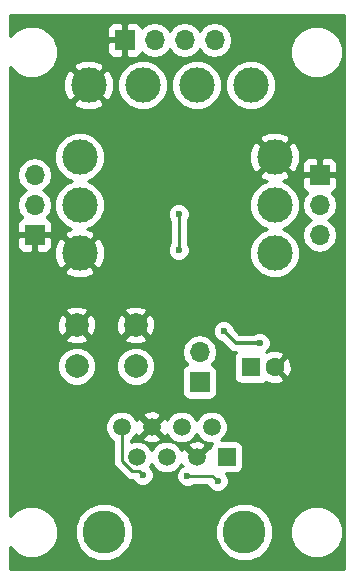
<source format=gbr>
G04 #@! TF.FileFunction,Copper,L2,Bot,Signal*
%FSLAX46Y46*%
G04 Gerber Fmt 4.6, Leading zero omitted, Abs format (unit mm)*
G04 Created by KiCad (PCBNEW 4.0.6-e0-6349~53~ubuntu16.04.1) date Tue Apr 25 15:56:05 2017*
%MOMM*%
%LPD*%
G01*
G04 APERTURE LIST*
%ADD10C,0.100000*%
%ADD11C,3.000000*%
%ADD12R,1.600000X1.600000*%
%ADD13C,1.600000*%
%ADD14R,1.700000X1.700000*%
%ADD15O,1.700000X1.700000*%
%ADD16C,3.650000*%
%ADD17R,1.500000X1.500000*%
%ADD18C,1.500000*%
%ADD19C,2.000000*%
%ADD20C,0.600000*%
%ADD21C,0.250000*%
%ADD22C,0.300000*%
%ADD23C,0.254000*%
G04 APERTURE END LIST*
D10*
D11*
X162306000Y-72644000D03*
X166878000Y-72644000D03*
X171450000Y-72644000D03*
X176022000Y-72644000D03*
X161544000Y-86868000D03*
X161544000Y-82804000D03*
X161544000Y-78740000D03*
X178054000Y-78740000D03*
X178054000Y-82804000D03*
X178054000Y-86868000D03*
D12*
X176054000Y-96520000D03*
D13*
X178054000Y-96520000D03*
D14*
X181864000Y-80264000D03*
D15*
X181864000Y-82804000D03*
X181864000Y-85344000D03*
D14*
X165354000Y-68834000D03*
D15*
X167894000Y-68834000D03*
X170434000Y-68834000D03*
X172974000Y-68834000D03*
D14*
X157734000Y-85344000D03*
D15*
X157734000Y-82804000D03*
X157734000Y-80264000D03*
D16*
X163610000Y-110490000D03*
X175480000Y-110490000D03*
D17*
X173990000Y-104140000D03*
D18*
X172720000Y-101600000D03*
X171450000Y-104140000D03*
X170180000Y-101600000D03*
X168910000Y-104140000D03*
X167640000Y-101600000D03*
X166370000Y-104140000D03*
X165100000Y-101600000D03*
D14*
X171704000Y-97790000D03*
D15*
X171704000Y-95250000D03*
D19*
X161290000Y-96464000D03*
X161290000Y-92964000D03*
X166290000Y-96464000D03*
X166290000Y-92964000D03*
D20*
X179070000Y-91440000D03*
X171680000Y-76430000D03*
X167626000Y-86374000D03*
X176909000Y-107950000D03*
X162165000Y-107950000D03*
X165354000Y-107950000D03*
X173736000Y-107950000D03*
X169926000Y-86614000D03*
X169926000Y-83566000D03*
X173736000Y-93472000D03*
X176784000Y-94488000D03*
X173228000Y-106172000D03*
X170682406Y-105735596D03*
X166878000Y-105664000D03*
D21*
X169926000Y-83566000D02*
X169926000Y-86614000D01*
D22*
X174752000Y-94488000D02*
X173736000Y-93472000D01*
X176784000Y-94488000D02*
X174752000Y-94488000D01*
D21*
X172791596Y-105735596D02*
X173228000Y-106172000D01*
X170682406Y-105735596D02*
X172791596Y-105735596D01*
X166878000Y-105664000D02*
X166578001Y-105364001D01*
X166578001Y-105364001D02*
X166002999Y-105364001D01*
X166002999Y-105364001D02*
X165100000Y-104461002D01*
X165100000Y-104461002D02*
X165100000Y-102660660D01*
X165100000Y-102660660D02*
X165100000Y-101600000D01*
D23*
G36*
X183948000Y-113590000D02*
X155650000Y-113590000D01*
X155650000Y-111802639D01*
X156219411Y-112373045D01*
X157035978Y-112712113D01*
X157920143Y-112712885D01*
X158737300Y-112375242D01*
X159363045Y-111750589D01*
X159684193Y-110977177D01*
X161149574Y-110977177D01*
X161523298Y-111881657D01*
X162214703Y-112574270D01*
X163118529Y-112949572D01*
X164097177Y-112950426D01*
X165001657Y-112576702D01*
X165694270Y-111885297D01*
X166069572Y-110981471D01*
X166069575Y-110977177D01*
X173019574Y-110977177D01*
X173393298Y-111881657D01*
X174084703Y-112574270D01*
X174988529Y-112949572D01*
X175967177Y-112950426D01*
X176871657Y-112576702D01*
X177564270Y-111885297D01*
X177939572Y-110981471D01*
X177939616Y-110930143D01*
X179387115Y-110930143D01*
X179724758Y-111747300D01*
X180349411Y-112373045D01*
X181165978Y-112712113D01*
X182050143Y-112712885D01*
X182867300Y-112375242D01*
X183493045Y-111750589D01*
X183832113Y-110934022D01*
X183832885Y-110049857D01*
X183495242Y-109232700D01*
X182870589Y-108606955D01*
X182054022Y-108267887D01*
X181169857Y-108267115D01*
X180352700Y-108604758D01*
X179726955Y-109229411D01*
X179387887Y-110045978D01*
X179387115Y-110930143D01*
X177939616Y-110930143D01*
X177940426Y-110002823D01*
X177566702Y-109098343D01*
X176875297Y-108405730D01*
X175971471Y-108030428D01*
X174992823Y-108029574D01*
X174088343Y-108403298D01*
X173395730Y-109094703D01*
X173020428Y-109998529D01*
X173019574Y-110977177D01*
X166069575Y-110977177D01*
X166070426Y-110002823D01*
X165696702Y-109098343D01*
X165005297Y-108405730D01*
X164101471Y-108030428D01*
X163122823Y-108029574D01*
X162218343Y-108403298D01*
X161525730Y-109094703D01*
X161150428Y-109998529D01*
X161149574Y-110977177D01*
X159684193Y-110977177D01*
X159702113Y-110934022D01*
X159702885Y-110049857D01*
X159365242Y-109232700D01*
X158740589Y-108606955D01*
X157924022Y-108267887D01*
X157039857Y-108267115D01*
X156222700Y-108604758D01*
X155650000Y-109176459D01*
X155650000Y-101874285D01*
X163714760Y-101874285D01*
X163925169Y-102383515D01*
X164314436Y-102773461D01*
X164340000Y-102784076D01*
X164340000Y-104461002D01*
X164397852Y-104751841D01*
X164562599Y-104998403D01*
X165465598Y-105901402D01*
X165712159Y-106066149D01*
X165760413Y-106075747D01*
X166002999Y-106124001D01*
X166056397Y-106124001D01*
X166084883Y-106192943D01*
X166347673Y-106456192D01*
X166691201Y-106598838D01*
X167063167Y-106599162D01*
X167406943Y-106457117D01*
X167670192Y-106194327D01*
X167812838Y-105850799D01*
X167813162Y-105478833D01*
X167671117Y-105135057D01*
X167502654Y-104966300D01*
X167543461Y-104925564D01*
X167639976Y-104693130D01*
X167735169Y-104923515D01*
X168124436Y-105313461D01*
X168633298Y-105524759D01*
X169184285Y-105525240D01*
X169693515Y-105314831D01*
X170083461Y-104925564D01*
X170173377Y-104709021D01*
X170237540Y-104863923D01*
X170300551Y-104881703D01*
X170153463Y-104942479D01*
X169890214Y-105205269D01*
X169747568Y-105548797D01*
X169747244Y-105920763D01*
X169889289Y-106264539D01*
X170152079Y-106527788D01*
X170495607Y-106670434D01*
X170867573Y-106670758D01*
X171211349Y-106528713D01*
X171244524Y-106495596D01*
X172350036Y-106495596D01*
X172434883Y-106700943D01*
X172697673Y-106964192D01*
X173041201Y-107106838D01*
X173413167Y-107107162D01*
X173756943Y-106965117D01*
X174020192Y-106702327D01*
X174162838Y-106358799D01*
X174163162Y-105986833D01*
X174021117Y-105643057D01*
X173915684Y-105537440D01*
X174740000Y-105537440D01*
X174975317Y-105493162D01*
X175191441Y-105354090D01*
X175336431Y-105141890D01*
X175387440Y-104890000D01*
X175387440Y-103390000D01*
X175343162Y-103154683D01*
X175204090Y-102938559D01*
X174991890Y-102793569D01*
X174740000Y-102742560D01*
X173535842Y-102742560D01*
X173893461Y-102385564D01*
X174104759Y-101876702D01*
X174105240Y-101325715D01*
X173894831Y-100816485D01*
X173505564Y-100426539D01*
X172996702Y-100215241D01*
X172445715Y-100214760D01*
X171936485Y-100425169D01*
X171546539Y-100814436D01*
X171450024Y-101046870D01*
X171354831Y-100816485D01*
X170965564Y-100426539D01*
X170456702Y-100215241D01*
X169905715Y-100214760D01*
X169396485Y-100425169D01*
X169006539Y-100814436D01*
X168916623Y-101030979D01*
X168852460Y-100876077D01*
X168611517Y-100808088D01*
X167819605Y-101600000D01*
X168611517Y-102391912D01*
X168852460Y-102323923D01*
X168911732Y-102157379D01*
X169005169Y-102383515D01*
X169394436Y-102773461D01*
X169903298Y-102984759D01*
X170454285Y-102985240D01*
X170963515Y-102774831D01*
X171353461Y-102385564D01*
X171449976Y-102153130D01*
X171545169Y-102383515D01*
X171934436Y-102773461D01*
X172443298Y-102984759D01*
X172748167Y-102985025D01*
X172643569Y-103138110D01*
X172592560Y-103390000D01*
X172592560Y-103396353D01*
X172421517Y-103348088D01*
X171629605Y-104140000D01*
X171643748Y-104154143D01*
X171464143Y-104333748D01*
X171450000Y-104319605D01*
X171435858Y-104333748D01*
X171256253Y-104154143D01*
X171270395Y-104140000D01*
X170478483Y-103348088D01*
X170237540Y-103416077D01*
X170178268Y-103582621D01*
X170084831Y-103356485D01*
X169897157Y-103168483D01*
X170658088Y-103168483D01*
X171450000Y-103960395D01*
X172241912Y-103168483D01*
X172173923Y-102927540D01*
X171654829Y-102742799D01*
X171104552Y-102770770D01*
X170726077Y-102927540D01*
X170658088Y-103168483D01*
X169897157Y-103168483D01*
X169695564Y-102966539D01*
X169186702Y-102755241D01*
X168635715Y-102754760D01*
X168126485Y-102965169D01*
X167736539Y-103354436D01*
X167640024Y-103586870D01*
X167544831Y-103356485D01*
X167155564Y-102966539D01*
X166646702Y-102755241D01*
X166095715Y-102754760D01*
X165860000Y-102852155D01*
X165860000Y-102784547D01*
X165883515Y-102774831D01*
X166087183Y-102571517D01*
X166848088Y-102571517D01*
X166916077Y-102812460D01*
X167435171Y-102997201D01*
X167985448Y-102969230D01*
X168363923Y-102812460D01*
X168431912Y-102571517D01*
X167640000Y-101779605D01*
X166848088Y-102571517D01*
X166087183Y-102571517D01*
X166273461Y-102385564D01*
X166363377Y-102169021D01*
X166427540Y-102323923D01*
X166668483Y-102391912D01*
X167460395Y-101600000D01*
X166668483Y-100808088D01*
X166427540Y-100876077D01*
X166368268Y-101042621D01*
X166274831Y-100816485D01*
X166087157Y-100628483D01*
X166848088Y-100628483D01*
X167640000Y-101420395D01*
X168431912Y-100628483D01*
X168363923Y-100387540D01*
X167844829Y-100202799D01*
X167294552Y-100230770D01*
X166916077Y-100387540D01*
X166848088Y-100628483D01*
X166087157Y-100628483D01*
X165885564Y-100426539D01*
X165376702Y-100215241D01*
X164825715Y-100214760D01*
X164316485Y-100425169D01*
X163926539Y-100814436D01*
X163715241Y-101323298D01*
X163714760Y-101874285D01*
X155650000Y-101874285D01*
X155650000Y-96787795D01*
X159654716Y-96787795D01*
X159903106Y-97388943D01*
X160362637Y-97849278D01*
X160963352Y-98098716D01*
X161613795Y-98099284D01*
X162214943Y-97850894D01*
X162675278Y-97391363D01*
X162924716Y-96790648D01*
X162924718Y-96787795D01*
X164654716Y-96787795D01*
X164903106Y-97388943D01*
X165362637Y-97849278D01*
X165963352Y-98098716D01*
X166613795Y-98099284D01*
X167214943Y-97850894D01*
X167675278Y-97391363D01*
X167924716Y-96790648D01*
X167925284Y-96140205D01*
X167676894Y-95539057D01*
X167388342Y-95250000D01*
X170189907Y-95250000D01*
X170302946Y-95818285D01*
X170624853Y-96300054D01*
X170666452Y-96327850D01*
X170618683Y-96336838D01*
X170402559Y-96475910D01*
X170257569Y-96688110D01*
X170206560Y-96940000D01*
X170206560Y-98640000D01*
X170250838Y-98875317D01*
X170389910Y-99091441D01*
X170602110Y-99236431D01*
X170854000Y-99287440D01*
X172554000Y-99287440D01*
X172789317Y-99243162D01*
X173005441Y-99104090D01*
X173150431Y-98891890D01*
X173201440Y-98640000D01*
X173201440Y-96940000D01*
X173157162Y-96704683D01*
X173018090Y-96488559D01*
X172805890Y-96343569D01*
X172738459Y-96329914D01*
X172783147Y-96300054D01*
X173105054Y-95818285D01*
X173218093Y-95250000D01*
X173105054Y-94681715D01*
X172783147Y-94199946D01*
X172301378Y-93878039D01*
X171733093Y-93765000D01*
X171674907Y-93765000D01*
X171106622Y-93878039D01*
X170624853Y-94199946D01*
X170302946Y-94681715D01*
X170189907Y-95250000D01*
X167388342Y-95250000D01*
X167217363Y-95078722D01*
X166616648Y-94829284D01*
X165966205Y-94828716D01*
X165365057Y-95077106D01*
X164904722Y-95536637D01*
X164655284Y-96137352D01*
X164654716Y-96787795D01*
X162924718Y-96787795D01*
X162925284Y-96140205D01*
X162676894Y-95539057D01*
X162217363Y-95078722D01*
X161616648Y-94829284D01*
X160966205Y-94828716D01*
X160365057Y-95077106D01*
X159904722Y-95536637D01*
X159655284Y-96137352D01*
X159654716Y-96787795D01*
X155650000Y-96787795D01*
X155650000Y-94116532D01*
X160317073Y-94116532D01*
X160415736Y-94383387D01*
X161025461Y-94609908D01*
X161675460Y-94585856D01*
X162164264Y-94383387D01*
X162262927Y-94116532D01*
X165317073Y-94116532D01*
X165415736Y-94383387D01*
X166025461Y-94609908D01*
X166675460Y-94585856D01*
X167164264Y-94383387D01*
X167262927Y-94116532D01*
X166290000Y-93143605D01*
X165317073Y-94116532D01*
X162262927Y-94116532D01*
X161290000Y-93143605D01*
X160317073Y-94116532D01*
X155650000Y-94116532D01*
X155650000Y-92699461D01*
X159644092Y-92699461D01*
X159668144Y-93349460D01*
X159870613Y-93838264D01*
X160137468Y-93936927D01*
X161110395Y-92964000D01*
X161469605Y-92964000D01*
X162442532Y-93936927D01*
X162709387Y-93838264D01*
X162935908Y-93228539D01*
X162916331Y-92699461D01*
X164644092Y-92699461D01*
X164668144Y-93349460D01*
X164870613Y-93838264D01*
X165137468Y-93936927D01*
X166110395Y-92964000D01*
X166469605Y-92964000D01*
X167442532Y-93936927D01*
X167709387Y-93838264D01*
X167776666Y-93657167D01*
X172800838Y-93657167D01*
X172942883Y-94000943D01*
X173205673Y-94264192D01*
X173549201Y-94406838D01*
X173560690Y-94406848D01*
X174196921Y-95043079D01*
X174451593Y-95213245D01*
X174752000Y-95273000D01*
X174790882Y-95273000D01*
X174657569Y-95468110D01*
X174606560Y-95720000D01*
X174606560Y-97320000D01*
X174650838Y-97555317D01*
X174789910Y-97771441D01*
X175002110Y-97916431D01*
X175254000Y-97967440D01*
X176854000Y-97967440D01*
X177089317Y-97923162D01*
X177305441Y-97784090D01*
X177309977Y-97777452D01*
X177837223Y-97966965D01*
X178407454Y-97939778D01*
X178808005Y-97773864D01*
X178882139Y-97527745D01*
X178054000Y-96699605D01*
X178039858Y-96713748D01*
X177860253Y-96534143D01*
X177874395Y-96520000D01*
X178233605Y-96520000D01*
X179061745Y-97348139D01*
X179307864Y-97274005D01*
X179500965Y-96736777D01*
X179473778Y-96166546D01*
X179307864Y-95765995D01*
X179061745Y-95691861D01*
X178233605Y-96520000D01*
X177874395Y-96520000D01*
X177860253Y-96505858D01*
X178039858Y-96326252D01*
X178054000Y-96340395D01*
X178882139Y-95512255D01*
X178808005Y-95266136D01*
X178270777Y-95073035D01*
X177700546Y-95100222D01*
X177347777Y-95246344D01*
X177576192Y-95018327D01*
X177718838Y-94674799D01*
X177719162Y-94302833D01*
X177577117Y-93959057D01*
X177314327Y-93695808D01*
X176970799Y-93553162D01*
X176598833Y-93552838D01*
X176255057Y-93694883D01*
X176246926Y-93703000D01*
X175077158Y-93703000D01*
X174671153Y-93296995D01*
X174671162Y-93286833D01*
X174529117Y-92943057D01*
X174266327Y-92679808D01*
X173922799Y-92537162D01*
X173550833Y-92536838D01*
X173207057Y-92678883D01*
X172943808Y-92941673D01*
X172801162Y-93285201D01*
X172800838Y-93657167D01*
X167776666Y-93657167D01*
X167935908Y-93228539D01*
X167911856Y-92578540D01*
X167709387Y-92089736D01*
X167442532Y-91991073D01*
X166469605Y-92964000D01*
X166110395Y-92964000D01*
X165137468Y-91991073D01*
X164870613Y-92089736D01*
X164644092Y-92699461D01*
X162916331Y-92699461D01*
X162911856Y-92578540D01*
X162709387Y-92089736D01*
X162442532Y-91991073D01*
X161469605Y-92964000D01*
X161110395Y-92964000D01*
X160137468Y-91991073D01*
X159870613Y-92089736D01*
X159644092Y-92699461D01*
X155650000Y-92699461D01*
X155650000Y-91811468D01*
X160317073Y-91811468D01*
X161290000Y-92784395D01*
X162262927Y-91811468D01*
X165317073Y-91811468D01*
X166290000Y-92784395D01*
X167262927Y-91811468D01*
X167164264Y-91544613D01*
X166554539Y-91318092D01*
X165904540Y-91342144D01*
X165415736Y-91544613D01*
X165317073Y-91811468D01*
X162262927Y-91811468D01*
X162164264Y-91544613D01*
X161554539Y-91318092D01*
X160904540Y-91342144D01*
X160415736Y-91544613D01*
X160317073Y-91811468D01*
X155650000Y-91811468D01*
X155650000Y-88381970D01*
X160209635Y-88381970D01*
X160369418Y-88700739D01*
X161160187Y-89010723D01*
X162009387Y-88994497D01*
X162718582Y-88700739D01*
X162878365Y-88381970D01*
X161544000Y-87047605D01*
X160209635Y-88381970D01*
X155650000Y-88381970D01*
X155650000Y-85629750D01*
X156249000Y-85629750D01*
X156249000Y-86320310D01*
X156345673Y-86553699D01*
X156524302Y-86732327D01*
X156757691Y-86829000D01*
X157448250Y-86829000D01*
X157607000Y-86670250D01*
X157607000Y-85471000D01*
X157861000Y-85471000D01*
X157861000Y-86670250D01*
X158019750Y-86829000D01*
X158710309Y-86829000D01*
X158943698Y-86732327D01*
X159122327Y-86553699D01*
X159151119Y-86484187D01*
X159401277Y-86484187D01*
X159417503Y-87333387D01*
X159711261Y-88042582D01*
X160030030Y-88202365D01*
X161364395Y-86868000D01*
X161723605Y-86868000D01*
X163057970Y-88202365D01*
X163376739Y-88042582D01*
X163686723Y-87251813D01*
X163670497Y-86402613D01*
X163376739Y-85693418D01*
X163057970Y-85533635D01*
X161723605Y-86868000D01*
X161364395Y-86868000D01*
X160030030Y-85533635D01*
X159711261Y-85693418D01*
X159401277Y-86484187D01*
X159151119Y-86484187D01*
X159219000Y-86320310D01*
X159219000Y-85629750D01*
X159060250Y-85471000D01*
X157861000Y-85471000D01*
X157607000Y-85471000D01*
X156407750Y-85471000D01*
X156249000Y-85629750D01*
X155650000Y-85629750D01*
X155650000Y-80264000D01*
X156219907Y-80264000D01*
X156332946Y-80832285D01*
X156654853Y-81314054D01*
X156984026Y-81534000D01*
X156654853Y-81753946D01*
X156332946Y-82235715D01*
X156219907Y-82804000D01*
X156332946Y-83372285D01*
X156654853Y-83854054D01*
X156698777Y-83883403D01*
X156524302Y-83955673D01*
X156345673Y-84134301D01*
X156249000Y-84367690D01*
X156249000Y-85058250D01*
X156407750Y-85217000D01*
X157607000Y-85217000D01*
X157607000Y-85197000D01*
X157861000Y-85197000D01*
X157861000Y-85217000D01*
X159060250Y-85217000D01*
X159219000Y-85058250D01*
X159219000Y-84367690D01*
X159122327Y-84134301D01*
X158943698Y-83955673D01*
X158769223Y-83883403D01*
X158813147Y-83854054D01*
X159135054Y-83372285D01*
X159248093Y-82804000D01*
X159135054Y-82235715D01*
X158813147Y-81753946D01*
X158483974Y-81534000D01*
X158813147Y-81314054D01*
X159135054Y-80832285D01*
X159248093Y-80264000D01*
X159135054Y-79695715D01*
X158813147Y-79213946D01*
X158736624Y-79162815D01*
X159408630Y-79162815D01*
X159732980Y-79947800D01*
X160333041Y-80548909D01*
X160870656Y-80772147D01*
X160336200Y-80992980D01*
X159735091Y-81593041D01*
X159409372Y-82377459D01*
X159408630Y-83226815D01*
X159732980Y-84011800D01*
X160333041Y-84612909D01*
X160860402Y-84831889D01*
X160369418Y-85035261D01*
X160209635Y-85354030D01*
X161544000Y-86688395D01*
X162878365Y-85354030D01*
X162718582Y-85035261D01*
X162213717Y-84837352D01*
X162751800Y-84615020D01*
X163352909Y-84014959D01*
X163462445Y-83751167D01*
X168990838Y-83751167D01*
X169132883Y-84094943D01*
X169166000Y-84128118D01*
X169166000Y-86051537D01*
X169133808Y-86083673D01*
X168991162Y-86427201D01*
X168990838Y-86799167D01*
X169132883Y-87142943D01*
X169395673Y-87406192D01*
X169739201Y-87548838D01*
X170111167Y-87549162D01*
X170454943Y-87407117D01*
X170718192Y-87144327D01*
X170860838Y-86800799D01*
X170861162Y-86428833D01*
X170719117Y-86085057D01*
X170686000Y-86051882D01*
X170686000Y-84128463D01*
X170718192Y-84096327D01*
X170860838Y-83752799D01*
X170861162Y-83380833D01*
X170797524Y-83226815D01*
X175918630Y-83226815D01*
X176242980Y-84011800D01*
X176843041Y-84612909D01*
X177380656Y-84836147D01*
X176846200Y-85056980D01*
X176245091Y-85657041D01*
X175919372Y-86441459D01*
X175918630Y-87290815D01*
X176242980Y-88075800D01*
X176843041Y-88676909D01*
X177627459Y-89002628D01*
X178476815Y-89003370D01*
X179261800Y-88679020D01*
X179862909Y-88078959D01*
X180188628Y-87294541D01*
X180189370Y-86445185D01*
X179865020Y-85660200D01*
X179264959Y-85059091D01*
X178727344Y-84835853D01*
X179261800Y-84615020D01*
X179862909Y-84014959D01*
X180188628Y-83230541D01*
X180189000Y-82804000D01*
X180349907Y-82804000D01*
X180462946Y-83372285D01*
X180784853Y-83854054D01*
X181114026Y-84074000D01*
X180784853Y-84293946D01*
X180462946Y-84775715D01*
X180349907Y-85344000D01*
X180462946Y-85912285D01*
X180784853Y-86394054D01*
X181266622Y-86715961D01*
X181834907Y-86829000D01*
X181893093Y-86829000D01*
X182461378Y-86715961D01*
X182943147Y-86394054D01*
X183265054Y-85912285D01*
X183378093Y-85344000D01*
X183265054Y-84775715D01*
X182943147Y-84293946D01*
X182613974Y-84074000D01*
X182943147Y-83854054D01*
X183265054Y-83372285D01*
X183378093Y-82804000D01*
X183265054Y-82235715D01*
X182943147Y-81753946D01*
X182899223Y-81724597D01*
X183073698Y-81652327D01*
X183252327Y-81473699D01*
X183349000Y-81240310D01*
X183349000Y-80549750D01*
X183190250Y-80391000D01*
X181991000Y-80391000D01*
X181991000Y-80411000D01*
X181737000Y-80411000D01*
X181737000Y-80391000D01*
X180537750Y-80391000D01*
X180379000Y-80549750D01*
X180379000Y-81240310D01*
X180475673Y-81473699D01*
X180654302Y-81652327D01*
X180828777Y-81724597D01*
X180784853Y-81753946D01*
X180462946Y-82235715D01*
X180349907Y-82804000D01*
X180189000Y-82804000D01*
X180189370Y-82381185D01*
X179865020Y-81596200D01*
X179264959Y-80995091D01*
X178737598Y-80776111D01*
X179228582Y-80572739D01*
X179388365Y-80253970D01*
X178054000Y-78919605D01*
X176719635Y-80253970D01*
X176879418Y-80572739D01*
X177384283Y-80770648D01*
X176846200Y-80992980D01*
X176245091Y-81593041D01*
X175919372Y-82377459D01*
X175918630Y-83226815D01*
X170797524Y-83226815D01*
X170719117Y-83037057D01*
X170456327Y-82773808D01*
X170112799Y-82631162D01*
X169740833Y-82630838D01*
X169397057Y-82772883D01*
X169133808Y-83035673D01*
X168991162Y-83379201D01*
X168990838Y-83751167D01*
X163462445Y-83751167D01*
X163678628Y-83230541D01*
X163679370Y-82381185D01*
X163355020Y-81596200D01*
X162754959Y-80995091D01*
X162217344Y-80771853D01*
X162751800Y-80551020D01*
X163352909Y-79950959D01*
X163678628Y-79166541D01*
X163679335Y-78356187D01*
X175911277Y-78356187D01*
X175927503Y-79205387D01*
X176221261Y-79914582D01*
X176540030Y-80074365D01*
X177874395Y-78740000D01*
X178233605Y-78740000D01*
X179567970Y-80074365D01*
X179886739Y-79914582D01*
X180132482Y-79287690D01*
X180379000Y-79287690D01*
X180379000Y-79978250D01*
X180537750Y-80137000D01*
X181737000Y-80137000D01*
X181737000Y-78937750D01*
X181991000Y-78937750D01*
X181991000Y-80137000D01*
X183190250Y-80137000D01*
X183349000Y-79978250D01*
X183349000Y-79287690D01*
X183252327Y-79054301D01*
X183073698Y-78875673D01*
X182840309Y-78779000D01*
X182149750Y-78779000D01*
X181991000Y-78937750D01*
X181737000Y-78937750D01*
X181578250Y-78779000D01*
X180887691Y-78779000D01*
X180654302Y-78875673D01*
X180475673Y-79054301D01*
X180379000Y-79287690D01*
X180132482Y-79287690D01*
X180196723Y-79123813D01*
X180180497Y-78274613D01*
X179886739Y-77565418D01*
X179567970Y-77405635D01*
X178233605Y-78740000D01*
X177874395Y-78740000D01*
X176540030Y-77405635D01*
X176221261Y-77565418D01*
X175911277Y-78356187D01*
X163679335Y-78356187D01*
X163679370Y-78317185D01*
X163355020Y-77532200D01*
X163049384Y-77226030D01*
X176719635Y-77226030D01*
X178054000Y-78560395D01*
X179388365Y-77226030D01*
X179228582Y-76907261D01*
X178437813Y-76597277D01*
X177588613Y-76613503D01*
X176879418Y-76907261D01*
X176719635Y-77226030D01*
X163049384Y-77226030D01*
X162754959Y-76931091D01*
X161970541Y-76605372D01*
X161121185Y-76604630D01*
X160336200Y-76928980D01*
X159735091Y-77529041D01*
X159409372Y-78313459D01*
X159408630Y-79162815D01*
X158736624Y-79162815D01*
X158331378Y-78892039D01*
X157763093Y-78779000D01*
X157704907Y-78779000D01*
X157136622Y-78892039D01*
X156654853Y-79213946D01*
X156332946Y-79695715D01*
X156219907Y-80264000D01*
X155650000Y-80264000D01*
X155650000Y-74157970D01*
X160971635Y-74157970D01*
X161131418Y-74476739D01*
X161922187Y-74786723D01*
X162771387Y-74770497D01*
X163480582Y-74476739D01*
X163640365Y-74157970D01*
X162306000Y-72823605D01*
X160971635Y-74157970D01*
X155650000Y-74157970D01*
X155650000Y-72260187D01*
X160163277Y-72260187D01*
X160179503Y-73109387D01*
X160473261Y-73818582D01*
X160792030Y-73978365D01*
X162126395Y-72644000D01*
X162485605Y-72644000D01*
X163819970Y-73978365D01*
X164138739Y-73818582D01*
X164433434Y-73066815D01*
X164742630Y-73066815D01*
X165066980Y-73851800D01*
X165667041Y-74452909D01*
X166451459Y-74778628D01*
X167300815Y-74779370D01*
X168085800Y-74455020D01*
X168686909Y-73854959D01*
X169012628Y-73070541D01*
X169012631Y-73066815D01*
X169314630Y-73066815D01*
X169638980Y-73851800D01*
X170239041Y-74452909D01*
X171023459Y-74778628D01*
X171872815Y-74779370D01*
X172657800Y-74455020D01*
X173258909Y-73854959D01*
X173584628Y-73070541D01*
X173584631Y-73066815D01*
X173886630Y-73066815D01*
X174210980Y-73851800D01*
X174811041Y-74452909D01*
X175595459Y-74778628D01*
X176444815Y-74779370D01*
X177229800Y-74455020D01*
X177830909Y-73854959D01*
X178156628Y-73070541D01*
X178157370Y-72221185D01*
X177833020Y-71436200D01*
X177232959Y-70835091D01*
X176448541Y-70509372D01*
X175599185Y-70508630D01*
X174814200Y-70832980D01*
X174213091Y-71433041D01*
X173887372Y-72217459D01*
X173886630Y-73066815D01*
X173584631Y-73066815D01*
X173585370Y-72221185D01*
X173261020Y-71436200D01*
X172660959Y-70835091D01*
X171876541Y-70509372D01*
X171027185Y-70508630D01*
X170242200Y-70832980D01*
X169641091Y-71433041D01*
X169315372Y-72217459D01*
X169314630Y-73066815D01*
X169012631Y-73066815D01*
X169013370Y-72221185D01*
X168689020Y-71436200D01*
X168088959Y-70835091D01*
X167304541Y-70509372D01*
X166455185Y-70508630D01*
X165670200Y-70832980D01*
X165069091Y-71433041D01*
X164743372Y-72217459D01*
X164742630Y-73066815D01*
X164433434Y-73066815D01*
X164448723Y-73027813D01*
X164432497Y-72178613D01*
X164138739Y-71469418D01*
X163819970Y-71309635D01*
X162485605Y-72644000D01*
X162126395Y-72644000D01*
X160792030Y-71309635D01*
X160473261Y-71469418D01*
X160163277Y-72260187D01*
X155650000Y-72260187D01*
X155650000Y-71162639D01*
X156219411Y-71733045D01*
X157035978Y-72072113D01*
X157920143Y-72072885D01*
X158737300Y-71735242D01*
X159343570Y-71130030D01*
X160971635Y-71130030D01*
X162306000Y-72464395D01*
X163640365Y-71130030D01*
X163480582Y-70811261D01*
X162689813Y-70501277D01*
X161840613Y-70517503D01*
X161131418Y-70811261D01*
X160971635Y-71130030D01*
X159343570Y-71130030D01*
X159363045Y-71110589D01*
X159702113Y-70294022D01*
X159702885Y-69409857D01*
X159583016Y-69119750D01*
X163869000Y-69119750D01*
X163869000Y-69810309D01*
X163965673Y-70043698D01*
X164144301Y-70222327D01*
X164377690Y-70319000D01*
X165068250Y-70319000D01*
X165227000Y-70160250D01*
X165227000Y-68961000D01*
X164027750Y-68961000D01*
X163869000Y-69119750D01*
X159583016Y-69119750D01*
X159365242Y-68592700D01*
X158740589Y-67966955D01*
X158477452Y-67857691D01*
X163869000Y-67857691D01*
X163869000Y-68548250D01*
X164027750Y-68707000D01*
X165227000Y-68707000D01*
X165227000Y-67507750D01*
X165481000Y-67507750D01*
X165481000Y-68707000D01*
X165501000Y-68707000D01*
X165501000Y-68961000D01*
X165481000Y-68961000D01*
X165481000Y-70160250D01*
X165639750Y-70319000D01*
X166330310Y-70319000D01*
X166563699Y-70222327D01*
X166742327Y-70043698D01*
X166814597Y-69869223D01*
X166843946Y-69913147D01*
X167325715Y-70235054D01*
X167894000Y-70348093D01*
X168462285Y-70235054D01*
X168944054Y-69913147D01*
X169164000Y-69583974D01*
X169383946Y-69913147D01*
X169865715Y-70235054D01*
X170434000Y-70348093D01*
X171002285Y-70235054D01*
X171484054Y-69913147D01*
X171704000Y-69583974D01*
X171923946Y-69913147D01*
X172405715Y-70235054D01*
X172974000Y-70348093D01*
X173265334Y-70290143D01*
X179387115Y-70290143D01*
X179724758Y-71107300D01*
X180349411Y-71733045D01*
X181165978Y-72072113D01*
X182050143Y-72072885D01*
X182867300Y-71735242D01*
X183493045Y-71110589D01*
X183832113Y-70294022D01*
X183832885Y-69409857D01*
X183495242Y-68592700D01*
X182870589Y-67966955D01*
X182054022Y-67627887D01*
X181169857Y-67627115D01*
X180352700Y-67964758D01*
X179726955Y-68589411D01*
X179387887Y-69405978D01*
X179387115Y-70290143D01*
X173265334Y-70290143D01*
X173542285Y-70235054D01*
X174024054Y-69913147D01*
X174345961Y-69431378D01*
X174459000Y-68863093D01*
X174459000Y-68804907D01*
X174345961Y-68236622D01*
X174024054Y-67754853D01*
X173542285Y-67432946D01*
X172974000Y-67319907D01*
X172405715Y-67432946D01*
X171923946Y-67754853D01*
X171704000Y-68084026D01*
X171484054Y-67754853D01*
X171002285Y-67432946D01*
X170434000Y-67319907D01*
X169865715Y-67432946D01*
X169383946Y-67754853D01*
X169164000Y-68084026D01*
X168944054Y-67754853D01*
X168462285Y-67432946D01*
X167894000Y-67319907D01*
X167325715Y-67432946D01*
X166843946Y-67754853D01*
X166814597Y-67798777D01*
X166742327Y-67624302D01*
X166563699Y-67445673D01*
X166330310Y-67349000D01*
X165639750Y-67349000D01*
X165481000Y-67507750D01*
X165227000Y-67507750D01*
X165068250Y-67349000D01*
X164377690Y-67349000D01*
X164144301Y-67445673D01*
X163965673Y-67624302D01*
X163869000Y-67857691D01*
X158477452Y-67857691D01*
X157924022Y-67627887D01*
X157039857Y-67627115D01*
X156222700Y-67964758D01*
X155650000Y-68536459D01*
X155650000Y-66750000D01*
X183948000Y-66750000D01*
X183948000Y-113590000D01*
X183948000Y-113590000D01*
G37*
X183948000Y-113590000D02*
X155650000Y-113590000D01*
X155650000Y-111802639D01*
X156219411Y-112373045D01*
X157035978Y-112712113D01*
X157920143Y-112712885D01*
X158737300Y-112375242D01*
X159363045Y-111750589D01*
X159684193Y-110977177D01*
X161149574Y-110977177D01*
X161523298Y-111881657D01*
X162214703Y-112574270D01*
X163118529Y-112949572D01*
X164097177Y-112950426D01*
X165001657Y-112576702D01*
X165694270Y-111885297D01*
X166069572Y-110981471D01*
X166069575Y-110977177D01*
X173019574Y-110977177D01*
X173393298Y-111881657D01*
X174084703Y-112574270D01*
X174988529Y-112949572D01*
X175967177Y-112950426D01*
X176871657Y-112576702D01*
X177564270Y-111885297D01*
X177939572Y-110981471D01*
X177939616Y-110930143D01*
X179387115Y-110930143D01*
X179724758Y-111747300D01*
X180349411Y-112373045D01*
X181165978Y-112712113D01*
X182050143Y-112712885D01*
X182867300Y-112375242D01*
X183493045Y-111750589D01*
X183832113Y-110934022D01*
X183832885Y-110049857D01*
X183495242Y-109232700D01*
X182870589Y-108606955D01*
X182054022Y-108267887D01*
X181169857Y-108267115D01*
X180352700Y-108604758D01*
X179726955Y-109229411D01*
X179387887Y-110045978D01*
X179387115Y-110930143D01*
X177939616Y-110930143D01*
X177940426Y-110002823D01*
X177566702Y-109098343D01*
X176875297Y-108405730D01*
X175971471Y-108030428D01*
X174992823Y-108029574D01*
X174088343Y-108403298D01*
X173395730Y-109094703D01*
X173020428Y-109998529D01*
X173019574Y-110977177D01*
X166069575Y-110977177D01*
X166070426Y-110002823D01*
X165696702Y-109098343D01*
X165005297Y-108405730D01*
X164101471Y-108030428D01*
X163122823Y-108029574D01*
X162218343Y-108403298D01*
X161525730Y-109094703D01*
X161150428Y-109998529D01*
X161149574Y-110977177D01*
X159684193Y-110977177D01*
X159702113Y-110934022D01*
X159702885Y-110049857D01*
X159365242Y-109232700D01*
X158740589Y-108606955D01*
X157924022Y-108267887D01*
X157039857Y-108267115D01*
X156222700Y-108604758D01*
X155650000Y-109176459D01*
X155650000Y-101874285D01*
X163714760Y-101874285D01*
X163925169Y-102383515D01*
X164314436Y-102773461D01*
X164340000Y-102784076D01*
X164340000Y-104461002D01*
X164397852Y-104751841D01*
X164562599Y-104998403D01*
X165465598Y-105901402D01*
X165712159Y-106066149D01*
X165760413Y-106075747D01*
X166002999Y-106124001D01*
X166056397Y-106124001D01*
X166084883Y-106192943D01*
X166347673Y-106456192D01*
X166691201Y-106598838D01*
X167063167Y-106599162D01*
X167406943Y-106457117D01*
X167670192Y-106194327D01*
X167812838Y-105850799D01*
X167813162Y-105478833D01*
X167671117Y-105135057D01*
X167502654Y-104966300D01*
X167543461Y-104925564D01*
X167639976Y-104693130D01*
X167735169Y-104923515D01*
X168124436Y-105313461D01*
X168633298Y-105524759D01*
X169184285Y-105525240D01*
X169693515Y-105314831D01*
X170083461Y-104925564D01*
X170173377Y-104709021D01*
X170237540Y-104863923D01*
X170300551Y-104881703D01*
X170153463Y-104942479D01*
X169890214Y-105205269D01*
X169747568Y-105548797D01*
X169747244Y-105920763D01*
X169889289Y-106264539D01*
X170152079Y-106527788D01*
X170495607Y-106670434D01*
X170867573Y-106670758D01*
X171211349Y-106528713D01*
X171244524Y-106495596D01*
X172350036Y-106495596D01*
X172434883Y-106700943D01*
X172697673Y-106964192D01*
X173041201Y-107106838D01*
X173413167Y-107107162D01*
X173756943Y-106965117D01*
X174020192Y-106702327D01*
X174162838Y-106358799D01*
X174163162Y-105986833D01*
X174021117Y-105643057D01*
X173915684Y-105537440D01*
X174740000Y-105537440D01*
X174975317Y-105493162D01*
X175191441Y-105354090D01*
X175336431Y-105141890D01*
X175387440Y-104890000D01*
X175387440Y-103390000D01*
X175343162Y-103154683D01*
X175204090Y-102938559D01*
X174991890Y-102793569D01*
X174740000Y-102742560D01*
X173535842Y-102742560D01*
X173893461Y-102385564D01*
X174104759Y-101876702D01*
X174105240Y-101325715D01*
X173894831Y-100816485D01*
X173505564Y-100426539D01*
X172996702Y-100215241D01*
X172445715Y-100214760D01*
X171936485Y-100425169D01*
X171546539Y-100814436D01*
X171450024Y-101046870D01*
X171354831Y-100816485D01*
X170965564Y-100426539D01*
X170456702Y-100215241D01*
X169905715Y-100214760D01*
X169396485Y-100425169D01*
X169006539Y-100814436D01*
X168916623Y-101030979D01*
X168852460Y-100876077D01*
X168611517Y-100808088D01*
X167819605Y-101600000D01*
X168611517Y-102391912D01*
X168852460Y-102323923D01*
X168911732Y-102157379D01*
X169005169Y-102383515D01*
X169394436Y-102773461D01*
X169903298Y-102984759D01*
X170454285Y-102985240D01*
X170963515Y-102774831D01*
X171353461Y-102385564D01*
X171449976Y-102153130D01*
X171545169Y-102383515D01*
X171934436Y-102773461D01*
X172443298Y-102984759D01*
X172748167Y-102985025D01*
X172643569Y-103138110D01*
X172592560Y-103390000D01*
X172592560Y-103396353D01*
X172421517Y-103348088D01*
X171629605Y-104140000D01*
X171643748Y-104154143D01*
X171464143Y-104333748D01*
X171450000Y-104319605D01*
X171435858Y-104333748D01*
X171256253Y-104154143D01*
X171270395Y-104140000D01*
X170478483Y-103348088D01*
X170237540Y-103416077D01*
X170178268Y-103582621D01*
X170084831Y-103356485D01*
X169897157Y-103168483D01*
X170658088Y-103168483D01*
X171450000Y-103960395D01*
X172241912Y-103168483D01*
X172173923Y-102927540D01*
X171654829Y-102742799D01*
X171104552Y-102770770D01*
X170726077Y-102927540D01*
X170658088Y-103168483D01*
X169897157Y-103168483D01*
X169695564Y-102966539D01*
X169186702Y-102755241D01*
X168635715Y-102754760D01*
X168126485Y-102965169D01*
X167736539Y-103354436D01*
X167640024Y-103586870D01*
X167544831Y-103356485D01*
X167155564Y-102966539D01*
X166646702Y-102755241D01*
X166095715Y-102754760D01*
X165860000Y-102852155D01*
X165860000Y-102784547D01*
X165883515Y-102774831D01*
X166087183Y-102571517D01*
X166848088Y-102571517D01*
X166916077Y-102812460D01*
X167435171Y-102997201D01*
X167985448Y-102969230D01*
X168363923Y-102812460D01*
X168431912Y-102571517D01*
X167640000Y-101779605D01*
X166848088Y-102571517D01*
X166087183Y-102571517D01*
X166273461Y-102385564D01*
X166363377Y-102169021D01*
X166427540Y-102323923D01*
X166668483Y-102391912D01*
X167460395Y-101600000D01*
X166668483Y-100808088D01*
X166427540Y-100876077D01*
X166368268Y-101042621D01*
X166274831Y-100816485D01*
X166087157Y-100628483D01*
X166848088Y-100628483D01*
X167640000Y-101420395D01*
X168431912Y-100628483D01*
X168363923Y-100387540D01*
X167844829Y-100202799D01*
X167294552Y-100230770D01*
X166916077Y-100387540D01*
X166848088Y-100628483D01*
X166087157Y-100628483D01*
X165885564Y-100426539D01*
X165376702Y-100215241D01*
X164825715Y-100214760D01*
X164316485Y-100425169D01*
X163926539Y-100814436D01*
X163715241Y-101323298D01*
X163714760Y-101874285D01*
X155650000Y-101874285D01*
X155650000Y-96787795D01*
X159654716Y-96787795D01*
X159903106Y-97388943D01*
X160362637Y-97849278D01*
X160963352Y-98098716D01*
X161613795Y-98099284D01*
X162214943Y-97850894D01*
X162675278Y-97391363D01*
X162924716Y-96790648D01*
X162924718Y-96787795D01*
X164654716Y-96787795D01*
X164903106Y-97388943D01*
X165362637Y-97849278D01*
X165963352Y-98098716D01*
X166613795Y-98099284D01*
X167214943Y-97850894D01*
X167675278Y-97391363D01*
X167924716Y-96790648D01*
X167925284Y-96140205D01*
X167676894Y-95539057D01*
X167388342Y-95250000D01*
X170189907Y-95250000D01*
X170302946Y-95818285D01*
X170624853Y-96300054D01*
X170666452Y-96327850D01*
X170618683Y-96336838D01*
X170402559Y-96475910D01*
X170257569Y-96688110D01*
X170206560Y-96940000D01*
X170206560Y-98640000D01*
X170250838Y-98875317D01*
X170389910Y-99091441D01*
X170602110Y-99236431D01*
X170854000Y-99287440D01*
X172554000Y-99287440D01*
X172789317Y-99243162D01*
X173005441Y-99104090D01*
X173150431Y-98891890D01*
X173201440Y-98640000D01*
X173201440Y-96940000D01*
X173157162Y-96704683D01*
X173018090Y-96488559D01*
X172805890Y-96343569D01*
X172738459Y-96329914D01*
X172783147Y-96300054D01*
X173105054Y-95818285D01*
X173218093Y-95250000D01*
X173105054Y-94681715D01*
X172783147Y-94199946D01*
X172301378Y-93878039D01*
X171733093Y-93765000D01*
X171674907Y-93765000D01*
X171106622Y-93878039D01*
X170624853Y-94199946D01*
X170302946Y-94681715D01*
X170189907Y-95250000D01*
X167388342Y-95250000D01*
X167217363Y-95078722D01*
X166616648Y-94829284D01*
X165966205Y-94828716D01*
X165365057Y-95077106D01*
X164904722Y-95536637D01*
X164655284Y-96137352D01*
X164654716Y-96787795D01*
X162924718Y-96787795D01*
X162925284Y-96140205D01*
X162676894Y-95539057D01*
X162217363Y-95078722D01*
X161616648Y-94829284D01*
X160966205Y-94828716D01*
X160365057Y-95077106D01*
X159904722Y-95536637D01*
X159655284Y-96137352D01*
X159654716Y-96787795D01*
X155650000Y-96787795D01*
X155650000Y-94116532D01*
X160317073Y-94116532D01*
X160415736Y-94383387D01*
X161025461Y-94609908D01*
X161675460Y-94585856D01*
X162164264Y-94383387D01*
X162262927Y-94116532D01*
X165317073Y-94116532D01*
X165415736Y-94383387D01*
X166025461Y-94609908D01*
X166675460Y-94585856D01*
X167164264Y-94383387D01*
X167262927Y-94116532D01*
X166290000Y-93143605D01*
X165317073Y-94116532D01*
X162262927Y-94116532D01*
X161290000Y-93143605D01*
X160317073Y-94116532D01*
X155650000Y-94116532D01*
X155650000Y-92699461D01*
X159644092Y-92699461D01*
X159668144Y-93349460D01*
X159870613Y-93838264D01*
X160137468Y-93936927D01*
X161110395Y-92964000D01*
X161469605Y-92964000D01*
X162442532Y-93936927D01*
X162709387Y-93838264D01*
X162935908Y-93228539D01*
X162916331Y-92699461D01*
X164644092Y-92699461D01*
X164668144Y-93349460D01*
X164870613Y-93838264D01*
X165137468Y-93936927D01*
X166110395Y-92964000D01*
X166469605Y-92964000D01*
X167442532Y-93936927D01*
X167709387Y-93838264D01*
X167776666Y-93657167D01*
X172800838Y-93657167D01*
X172942883Y-94000943D01*
X173205673Y-94264192D01*
X173549201Y-94406838D01*
X173560690Y-94406848D01*
X174196921Y-95043079D01*
X174451593Y-95213245D01*
X174752000Y-95273000D01*
X174790882Y-95273000D01*
X174657569Y-95468110D01*
X174606560Y-95720000D01*
X174606560Y-97320000D01*
X174650838Y-97555317D01*
X174789910Y-97771441D01*
X175002110Y-97916431D01*
X175254000Y-97967440D01*
X176854000Y-97967440D01*
X177089317Y-97923162D01*
X177305441Y-97784090D01*
X177309977Y-97777452D01*
X177837223Y-97966965D01*
X178407454Y-97939778D01*
X178808005Y-97773864D01*
X178882139Y-97527745D01*
X178054000Y-96699605D01*
X178039858Y-96713748D01*
X177860253Y-96534143D01*
X177874395Y-96520000D01*
X178233605Y-96520000D01*
X179061745Y-97348139D01*
X179307864Y-97274005D01*
X179500965Y-96736777D01*
X179473778Y-96166546D01*
X179307864Y-95765995D01*
X179061745Y-95691861D01*
X178233605Y-96520000D01*
X177874395Y-96520000D01*
X177860253Y-96505858D01*
X178039858Y-96326252D01*
X178054000Y-96340395D01*
X178882139Y-95512255D01*
X178808005Y-95266136D01*
X178270777Y-95073035D01*
X177700546Y-95100222D01*
X177347777Y-95246344D01*
X177576192Y-95018327D01*
X177718838Y-94674799D01*
X177719162Y-94302833D01*
X177577117Y-93959057D01*
X177314327Y-93695808D01*
X176970799Y-93553162D01*
X176598833Y-93552838D01*
X176255057Y-93694883D01*
X176246926Y-93703000D01*
X175077158Y-93703000D01*
X174671153Y-93296995D01*
X174671162Y-93286833D01*
X174529117Y-92943057D01*
X174266327Y-92679808D01*
X173922799Y-92537162D01*
X173550833Y-92536838D01*
X173207057Y-92678883D01*
X172943808Y-92941673D01*
X172801162Y-93285201D01*
X172800838Y-93657167D01*
X167776666Y-93657167D01*
X167935908Y-93228539D01*
X167911856Y-92578540D01*
X167709387Y-92089736D01*
X167442532Y-91991073D01*
X166469605Y-92964000D01*
X166110395Y-92964000D01*
X165137468Y-91991073D01*
X164870613Y-92089736D01*
X164644092Y-92699461D01*
X162916331Y-92699461D01*
X162911856Y-92578540D01*
X162709387Y-92089736D01*
X162442532Y-91991073D01*
X161469605Y-92964000D01*
X161110395Y-92964000D01*
X160137468Y-91991073D01*
X159870613Y-92089736D01*
X159644092Y-92699461D01*
X155650000Y-92699461D01*
X155650000Y-91811468D01*
X160317073Y-91811468D01*
X161290000Y-92784395D01*
X162262927Y-91811468D01*
X165317073Y-91811468D01*
X166290000Y-92784395D01*
X167262927Y-91811468D01*
X167164264Y-91544613D01*
X166554539Y-91318092D01*
X165904540Y-91342144D01*
X165415736Y-91544613D01*
X165317073Y-91811468D01*
X162262927Y-91811468D01*
X162164264Y-91544613D01*
X161554539Y-91318092D01*
X160904540Y-91342144D01*
X160415736Y-91544613D01*
X160317073Y-91811468D01*
X155650000Y-91811468D01*
X155650000Y-88381970D01*
X160209635Y-88381970D01*
X160369418Y-88700739D01*
X161160187Y-89010723D01*
X162009387Y-88994497D01*
X162718582Y-88700739D01*
X162878365Y-88381970D01*
X161544000Y-87047605D01*
X160209635Y-88381970D01*
X155650000Y-88381970D01*
X155650000Y-85629750D01*
X156249000Y-85629750D01*
X156249000Y-86320310D01*
X156345673Y-86553699D01*
X156524302Y-86732327D01*
X156757691Y-86829000D01*
X157448250Y-86829000D01*
X157607000Y-86670250D01*
X157607000Y-85471000D01*
X157861000Y-85471000D01*
X157861000Y-86670250D01*
X158019750Y-86829000D01*
X158710309Y-86829000D01*
X158943698Y-86732327D01*
X159122327Y-86553699D01*
X159151119Y-86484187D01*
X159401277Y-86484187D01*
X159417503Y-87333387D01*
X159711261Y-88042582D01*
X160030030Y-88202365D01*
X161364395Y-86868000D01*
X161723605Y-86868000D01*
X163057970Y-88202365D01*
X163376739Y-88042582D01*
X163686723Y-87251813D01*
X163670497Y-86402613D01*
X163376739Y-85693418D01*
X163057970Y-85533635D01*
X161723605Y-86868000D01*
X161364395Y-86868000D01*
X160030030Y-85533635D01*
X159711261Y-85693418D01*
X159401277Y-86484187D01*
X159151119Y-86484187D01*
X159219000Y-86320310D01*
X159219000Y-85629750D01*
X159060250Y-85471000D01*
X157861000Y-85471000D01*
X157607000Y-85471000D01*
X156407750Y-85471000D01*
X156249000Y-85629750D01*
X155650000Y-85629750D01*
X155650000Y-80264000D01*
X156219907Y-80264000D01*
X156332946Y-80832285D01*
X156654853Y-81314054D01*
X156984026Y-81534000D01*
X156654853Y-81753946D01*
X156332946Y-82235715D01*
X156219907Y-82804000D01*
X156332946Y-83372285D01*
X156654853Y-83854054D01*
X156698777Y-83883403D01*
X156524302Y-83955673D01*
X156345673Y-84134301D01*
X156249000Y-84367690D01*
X156249000Y-85058250D01*
X156407750Y-85217000D01*
X157607000Y-85217000D01*
X157607000Y-85197000D01*
X157861000Y-85197000D01*
X157861000Y-85217000D01*
X159060250Y-85217000D01*
X159219000Y-85058250D01*
X159219000Y-84367690D01*
X159122327Y-84134301D01*
X158943698Y-83955673D01*
X158769223Y-83883403D01*
X158813147Y-83854054D01*
X159135054Y-83372285D01*
X159248093Y-82804000D01*
X159135054Y-82235715D01*
X158813147Y-81753946D01*
X158483974Y-81534000D01*
X158813147Y-81314054D01*
X159135054Y-80832285D01*
X159248093Y-80264000D01*
X159135054Y-79695715D01*
X158813147Y-79213946D01*
X158736624Y-79162815D01*
X159408630Y-79162815D01*
X159732980Y-79947800D01*
X160333041Y-80548909D01*
X160870656Y-80772147D01*
X160336200Y-80992980D01*
X159735091Y-81593041D01*
X159409372Y-82377459D01*
X159408630Y-83226815D01*
X159732980Y-84011800D01*
X160333041Y-84612909D01*
X160860402Y-84831889D01*
X160369418Y-85035261D01*
X160209635Y-85354030D01*
X161544000Y-86688395D01*
X162878365Y-85354030D01*
X162718582Y-85035261D01*
X162213717Y-84837352D01*
X162751800Y-84615020D01*
X163352909Y-84014959D01*
X163462445Y-83751167D01*
X168990838Y-83751167D01*
X169132883Y-84094943D01*
X169166000Y-84128118D01*
X169166000Y-86051537D01*
X169133808Y-86083673D01*
X168991162Y-86427201D01*
X168990838Y-86799167D01*
X169132883Y-87142943D01*
X169395673Y-87406192D01*
X169739201Y-87548838D01*
X170111167Y-87549162D01*
X170454943Y-87407117D01*
X170718192Y-87144327D01*
X170860838Y-86800799D01*
X170861162Y-86428833D01*
X170719117Y-86085057D01*
X170686000Y-86051882D01*
X170686000Y-84128463D01*
X170718192Y-84096327D01*
X170860838Y-83752799D01*
X170861162Y-83380833D01*
X170797524Y-83226815D01*
X175918630Y-83226815D01*
X176242980Y-84011800D01*
X176843041Y-84612909D01*
X177380656Y-84836147D01*
X176846200Y-85056980D01*
X176245091Y-85657041D01*
X175919372Y-86441459D01*
X175918630Y-87290815D01*
X176242980Y-88075800D01*
X176843041Y-88676909D01*
X177627459Y-89002628D01*
X178476815Y-89003370D01*
X179261800Y-88679020D01*
X179862909Y-88078959D01*
X180188628Y-87294541D01*
X180189370Y-86445185D01*
X179865020Y-85660200D01*
X179264959Y-85059091D01*
X178727344Y-84835853D01*
X179261800Y-84615020D01*
X179862909Y-84014959D01*
X180188628Y-83230541D01*
X180189000Y-82804000D01*
X180349907Y-82804000D01*
X180462946Y-83372285D01*
X180784853Y-83854054D01*
X181114026Y-84074000D01*
X180784853Y-84293946D01*
X180462946Y-84775715D01*
X180349907Y-85344000D01*
X180462946Y-85912285D01*
X180784853Y-86394054D01*
X181266622Y-86715961D01*
X181834907Y-86829000D01*
X181893093Y-86829000D01*
X182461378Y-86715961D01*
X182943147Y-86394054D01*
X183265054Y-85912285D01*
X183378093Y-85344000D01*
X183265054Y-84775715D01*
X182943147Y-84293946D01*
X182613974Y-84074000D01*
X182943147Y-83854054D01*
X183265054Y-83372285D01*
X183378093Y-82804000D01*
X183265054Y-82235715D01*
X182943147Y-81753946D01*
X182899223Y-81724597D01*
X183073698Y-81652327D01*
X183252327Y-81473699D01*
X183349000Y-81240310D01*
X183349000Y-80549750D01*
X183190250Y-80391000D01*
X181991000Y-80391000D01*
X181991000Y-80411000D01*
X181737000Y-80411000D01*
X181737000Y-80391000D01*
X180537750Y-80391000D01*
X180379000Y-80549750D01*
X180379000Y-81240310D01*
X180475673Y-81473699D01*
X180654302Y-81652327D01*
X180828777Y-81724597D01*
X180784853Y-81753946D01*
X180462946Y-82235715D01*
X180349907Y-82804000D01*
X180189000Y-82804000D01*
X180189370Y-82381185D01*
X179865020Y-81596200D01*
X179264959Y-80995091D01*
X178737598Y-80776111D01*
X179228582Y-80572739D01*
X179388365Y-80253970D01*
X178054000Y-78919605D01*
X176719635Y-80253970D01*
X176879418Y-80572739D01*
X177384283Y-80770648D01*
X176846200Y-80992980D01*
X176245091Y-81593041D01*
X175919372Y-82377459D01*
X175918630Y-83226815D01*
X170797524Y-83226815D01*
X170719117Y-83037057D01*
X170456327Y-82773808D01*
X170112799Y-82631162D01*
X169740833Y-82630838D01*
X169397057Y-82772883D01*
X169133808Y-83035673D01*
X168991162Y-83379201D01*
X168990838Y-83751167D01*
X163462445Y-83751167D01*
X163678628Y-83230541D01*
X163679370Y-82381185D01*
X163355020Y-81596200D01*
X162754959Y-80995091D01*
X162217344Y-80771853D01*
X162751800Y-80551020D01*
X163352909Y-79950959D01*
X163678628Y-79166541D01*
X163679335Y-78356187D01*
X175911277Y-78356187D01*
X175927503Y-79205387D01*
X176221261Y-79914582D01*
X176540030Y-80074365D01*
X177874395Y-78740000D01*
X178233605Y-78740000D01*
X179567970Y-80074365D01*
X179886739Y-79914582D01*
X180132482Y-79287690D01*
X180379000Y-79287690D01*
X180379000Y-79978250D01*
X180537750Y-80137000D01*
X181737000Y-80137000D01*
X181737000Y-78937750D01*
X181991000Y-78937750D01*
X181991000Y-80137000D01*
X183190250Y-80137000D01*
X183349000Y-79978250D01*
X183349000Y-79287690D01*
X183252327Y-79054301D01*
X183073698Y-78875673D01*
X182840309Y-78779000D01*
X182149750Y-78779000D01*
X181991000Y-78937750D01*
X181737000Y-78937750D01*
X181578250Y-78779000D01*
X180887691Y-78779000D01*
X180654302Y-78875673D01*
X180475673Y-79054301D01*
X180379000Y-79287690D01*
X180132482Y-79287690D01*
X180196723Y-79123813D01*
X180180497Y-78274613D01*
X179886739Y-77565418D01*
X179567970Y-77405635D01*
X178233605Y-78740000D01*
X177874395Y-78740000D01*
X176540030Y-77405635D01*
X176221261Y-77565418D01*
X175911277Y-78356187D01*
X163679335Y-78356187D01*
X163679370Y-78317185D01*
X163355020Y-77532200D01*
X163049384Y-77226030D01*
X176719635Y-77226030D01*
X178054000Y-78560395D01*
X179388365Y-77226030D01*
X179228582Y-76907261D01*
X178437813Y-76597277D01*
X177588613Y-76613503D01*
X176879418Y-76907261D01*
X176719635Y-77226030D01*
X163049384Y-77226030D01*
X162754959Y-76931091D01*
X161970541Y-76605372D01*
X161121185Y-76604630D01*
X160336200Y-76928980D01*
X159735091Y-77529041D01*
X159409372Y-78313459D01*
X159408630Y-79162815D01*
X158736624Y-79162815D01*
X158331378Y-78892039D01*
X157763093Y-78779000D01*
X157704907Y-78779000D01*
X157136622Y-78892039D01*
X156654853Y-79213946D01*
X156332946Y-79695715D01*
X156219907Y-80264000D01*
X155650000Y-80264000D01*
X155650000Y-74157970D01*
X160971635Y-74157970D01*
X161131418Y-74476739D01*
X161922187Y-74786723D01*
X162771387Y-74770497D01*
X163480582Y-74476739D01*
X163640365Y-74157970D01*
X162306000Y-72823605D01*
X160971635Y-74157970D01*
X155650000Y-74157970D01*
X155650000Y-72260187D01*
X160163277Y-72260187D01*
X160179503Y-73109387D01*
X160473261Y-73818582D01*
X160792030Y-73978365D01*
X162126395Y-72644000D01*
X162485605Y-72644000D01*
X163819970Y-73978365D01*
X164138739Y-73818582D01*
X164433434Y-73066815D01*
X164742630Y-73066815D01*
X165066980Y-73851800D01*
X165667041Y-74452909D01*
X166451459Y-74778628D01*
X167300815Y-74779370D01*
X168085800Y-74455020D01*
X168686909Y-73854959D01*
X169012628Y-73070541D01*
X169012631Y-73066815D01*
X169314630Y-73066815D01*
X169638980Y-73851800D01*
X170239041Y-74452909D01*
X171023459Y-74778628D01*
X171872815Y-74779370D01*
X172657800Y-74455020D01*
X173258909Y-73854959D01*
X173584628Y-73070541D01*
X173584631Y-73066815D01*
X173886630Y-73066815D01*
X174210980Y-73851800D01*
X174811041Y-74452909D01*
X175595459Y-74778628D01*
X176444815Y-74779370D01*
X177229800Y-74455020D01*
X177830909Y-73854959D01*
X178156628Y-73070541D01*
X178157370Y-72221185D01*
X177833020Y-71436200D01*
X177232959Y-70835091D01*
X176448541Y-70509372D01*
X175599185Y-70508630D01*
X174814200Y-70832980D01*
X174213091Y-71433041D01*
X173887372Y-72217459D01*
X173886630Y-73066815D01*
X173584631Y-73066815D01*
X173585370Y-72221185D01*
X173261020Y-71436200D01*
X172660959Y-70835091D01*
X171876541Y-70509372D01*
X171027185Y-70508630D01*
X170242200Y-70832980D01*
X169641091Y-71433041D01*
X169315372Y-72217459D01*
X169314630Y-73066815D01*
X169012631Y-73066815D01*
X169013370Y-72221185D01*
X168689020Y-71436200D01*
X168088959Y-70835091D01*
X167304541Y-70509372D01*
X166455185Y-70508630D01*
X165670200Y-70832980D01*
X165069091Y-71433041D01*
X164743372Y-72217459D01*
X164742630Y-73066815D01*
X164433434Y-73066815D01*
X164448723Y-73027813D01*
X164432497Y-72178613D01*
X164138739Y-71469418D01*
X163819970Y-71309635D01*
X162485605Y-72644000D01*
X162126395Y-72644000D01*
X160792030Y-71309635D01*
X160473261Y-71469418D01*
X160163277Y-72260187D01*
X155650000Y-72260187D01*
X155650000Y-71162639D01*
X156219411Y-71733045D01*
X157035978Y-72072113D01*
X157920143Y-72072885D01*
X158737300Y-71735242D01*
X159343570Y-71130030D01*
X160971635Y-71130030D01*
X162306000Y-72464395D01*
X163640365Y-71130030D01*
X163480582Y-70811261D01*
X162689813Y-70501277D01*
X161840613Y-70517503D01*
X161131418Y-70811261D01*
X160971635Y-71130030D01*
X159343570Y-71130030D01*
X159363045Y-71110589D01*
X159702113Y-70294022D01*
X159702885Y-69409857D01*
X159583016Y-69119750D01*
X163869000Y-69119750D01*
X163869000Y-69810309D01*
X163965673Y-70043698D01*
X164144301Y-70222327D01*
X164377690Y-70319000D01*
X165068250Y-70319000D01*
X165227000Y-70160250D01*
X165227000Y-68961000D01*
X164027750Y-68961000D01*
X163869000Y-69119750D01*
X159583016Y-69119750D01*
X159365242Y-68592700D01*
X158740589Y-67966955D01*
X158477452Y-67857691D01*
X163869000Y-67857691D01*
X163869000Y-68548250D01*
X164027750Y-68707000D01*
X165227000Y-68707000D01*
X165227000Y-67507750D01*
X165481000Y-67507750D01*
X165481000Y-68707000D01*
X165501000Y-68707000D01*
X165501000Y-68961000D01*
X165481000Y-68961000D01*
X165481000Y-70160250D01*
X165639750Y-70319000D01*
X166330310Y-70319000D01*
X166563699Y-70222327D01*
X166742327Y-70043698D01*
X166814597Y-69869223D01*
X166843946Y-69913147D01*
X167325715Y-70235054D01*
X167894000Y-70348093D01*
X168462285Y-70235054D01*
X168944054Y-69913147D01*
X169164000Y-69583974D01*
X169383946Y-69913147D01*
X169865715Y-70235054D01*
X170434000Y-70348093D01*
X171002285Y-70235054D01*
X171484054Y-69913147D01*
X171704000Y-69583974D01*
X171923946Y-69913147D01*
X172405715Y-70235054D01*
X172974000Y-70348093D01*
X173265334Y-70290143D01*
X179387115Y-70290143D01*
X179724758Y-71107300D01*
X180349411Y-71733045D01*
X181165978Y-72072113D01*
X182050143Y-72072885D01*
X182867300Y-71735242D01*
X183493045Y-71110589D01*
X183832113Y-70294022D01*
X183832885Y-69409857D01*
X183495242Y-68592700D01*
X182870589Y-67966955D01*
X182054022Y-67627887D01*
X181169857Y-67627115D01*
X180352700Y-67964758D01*
X179726955Y-68589411D01*
X179387887Y-69405978D01*
X179387115Y-70290143D01*
X173265334Y-70290143D01*
X173542285Y-70235054D01*
X174024054Y-69913147D01*
X174345961Y-69431378D01*
X174459000Y-68863093D01*
X174459000Y-68804907D01*
X174345961Y-68236622D01*
X174024054Y-67754853D01*
X173542285Y-67432946D01*
X172974000Y-67319907D01*
X172405715Y-67432946D01*
X171923946Y-67754853D01*
X171704000Y-68084026D01*
X171484054Y-67754853D01*
X171002285Y-67432946D01*
X170434000Y-67319907D01*
X169865715Y-67432946D01*
X169383946Y-67754853D01*
X169164000Y-68084026D01*
X168944054Y-67754853D01*
X168462285Y-67432946D01*
X167894000Y-67319907D01*
X167325715Y-67432946D01*
X166843946Y-67754853D01*
X166814597Y-67798777D01*
X166742327Y-67624302D01*
X166563699Y-67445673D01*
X166330310Y-67349000D01*
X165639750Y-67349000D01*
X165481000Y-67507750D01*
X165227000Y-67507750D01*
X165068250Y-67349000D01*
X164377690Y-67349000D01*
X164144301Y-67445673D01*
X163965673Y-67624302D01*
X163869000Y-67857691D01*
X158477452Y-67857691D01*
X157924022Y-67627887D01*
X157039857Y-67627115D01*
X156222700Y-67964758D01*
X155650000Y-68536459D01*
X155650000Y-66750000D01*
X183948000Y-66750000D01*
X183948000Y-113590000D01*
M02*

</source>
